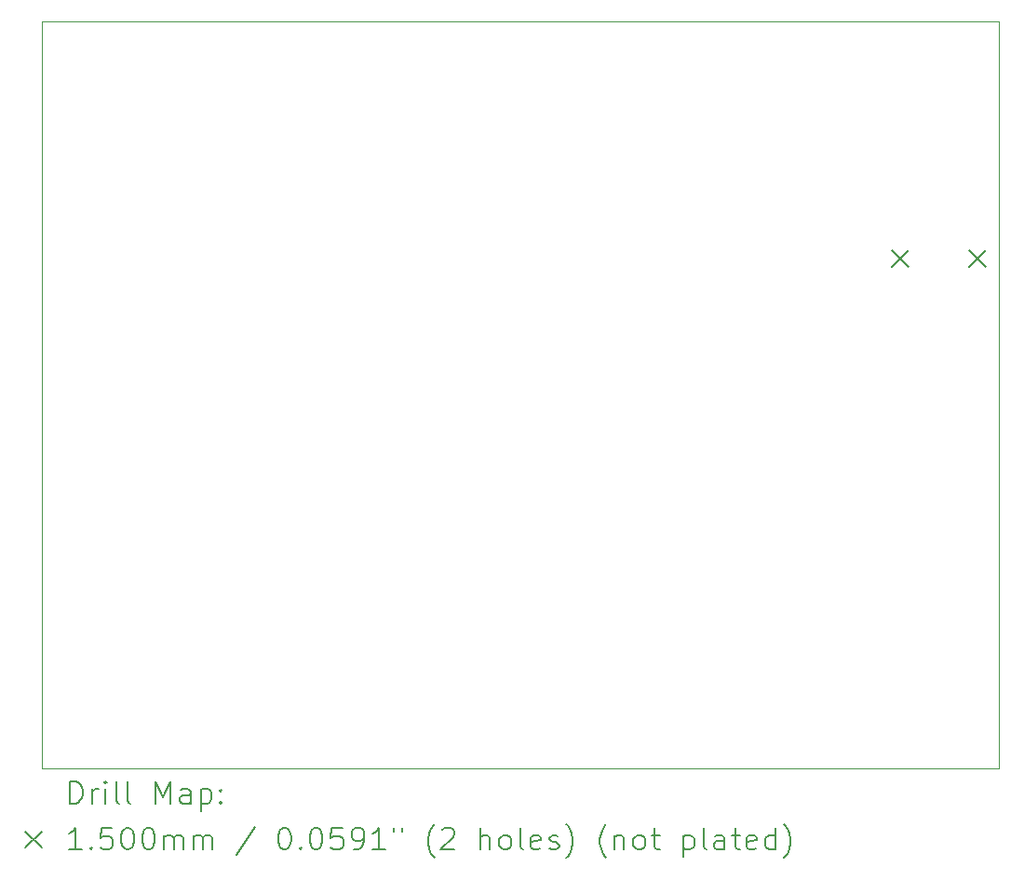
<source format=gbr>
%FSLAX45Y45*%
G04 Gerber Fmt 4.5, Leading zero omitted, Abs format (unit mm)*
G04 Created by KiCad (PCBNEW (6.0.0-0)) date 2022-10-12 14:45:19*
%MOMM*%
%LPD*%
G01*
G04 APERTURE LIST*
%TA.AperFunction,Profile*%
%ADD10C,0.100000*%
%TD*%
%ADD11C,0.200000*%
%ADD12C,0.150000*%
G04 APERTURE END LIST*
D10*
X10636000Y-5080000D02*
X19336000Y-5080000D01*
X10636000Y-11880000D02*
X10636000Y-5080000D01*
X19336000Y-11880000D02*
X19336000Y-5080000D01*
X10636000Y-11880000D02*
X19336000Y-11880000D01*
D11*
D12*
X18365500Y-7164000D02*
X18515500Y-7314000D01*
X18515500Y-7164000D02*
X18365500Y-7314000D01*
X19065500Y-7164000D02*
X19215500Y-7314000D01*
X19215500Y-7164000D02*
X19065500Y-7314000D01*
D11*
X10888619Y-12195476D02*
X10888619Y-11995476D01*
X10936238Y-11995476D01*
X10964810Y-12005000D01*
X10983857Y-12024048D01*
X10993381Y-12043095D01*
X11002905Y-12081190D01*
X11002905Y-12109762D01*
X10993381Y-12147857D01*
X10983857Y-12166905D01*
X10964810Y-12185952D01*
X10936238Y-12195476D01*
X10888619Y-12195476D01*
X11088619Y-12195476D02*
X11088619Y-12062143D01*
X11088619Y-12100238D02*
X11098143Y-12081190D01*
X11107667Y-12071667D01*
X11126714Y-12062143D01*
X11145762Y-12062143D01*
X11212428Y-12195476D02*
X11212428Y-12062143D01*
X11212428Y-11995476D02*
X11202905Y-12005000D01*
X11212428Y-12014524D01*
X11221952Y-12005000D01*
X11212428Y-11995476D01*
X11212428Y-12014524D01*
X11336238Y-12195476D02*
X11317190Y-12185952D01*
X11307667Y-12166905D01*
X11307667Y-11995476D01*
X11441000Y-12195476D02*
X11421952Y-12185952D01*
X11412428Y-12166905D01*
X11412428Y-11995476D01*
X11669571Y-12195476D02*
X11669571Y-11995476D01*
X11736238Y-12138333D01*
X11802905Y-11995476D01*
X11802905Y-12195476D01*
X11983857Y-12195476D02*
X11983857Y-12090714D01*
X11974333Y-12071667D01*
X11955286Y-12062143D01*
X11917190Y-12062143D01*
X11898143Y-12071667D01*
X11983857Y-12185952D02*
X11964809Y-12195476D01*
X11917190Y-12195476D01*
X11898143Y-12185952D01*
X11888619Y-12166905D01*
X11888619Y-12147857D01*
X11898143Y-12128809D01*
X11917190Y-12119286D01*
X11964809Y-12119286D01*
X11983857Y-12109762D01*
X12079095Y-12062143D02*
X12079095Y-12262143D01*
X12079095Y-12071667D02*
X12098143Y-12062143D01*
X12136238Y-12062143D01*
X12155286Y-12071667D01*
X12164809Y-12081190D01*
X12174333Y-12100238D01*
X12174333Y-12157381D01*
X12164809Y-12176428D01*
X12155286Y-12185952D01*
X12136238Y-12195476D01*
X12098143Y-12195476D01*
X12079095Y-12185952D01*
X12260048Y-12176428D02*
X12269571Y-12185952D01*
X12260048Y-12195476D01*
X12250524Y-12185952D01*
X12260048Y-12176428D01*
X12260048Y-12195476D01*
X12260048Y-12071667D02*
X12269571Y-12081190D01*
X12260048Y-12090714D01*
X12250524Y-12081190D01*
X12260048Y-12071667D01*
X12260048Y-12090714D01*
D12*
X10481000Y-12450000D02*
X10631000Y-12600000D01*
X10631000Y-12450000D02*
X10481000Y-12600000D01*
D11*
X10993381Y-12615476D02*
X10879095Y-12615476D01*
X10936238Y-12615476D02*
X10936238Y-12415476D01*
X10917190Y-12444048D01*
X10898143Y-12463095D01*
X10879095Y-12472619D01*
X11079095Y-12596428D02*
X11088619Y-12605952D01*
X11079095Y-12615476D01*
X11069571Y-12605952D01*
X11079095Y-12596428D01*
X11079095Y-12615476D01*
X11269571Y-12415476D02*
X11174333Y-12415476D01*
X11164810Y-12510714D01*
X11174333Y-12501190D01*
X11193381Y-12491667D01*
X11241000Y-12491667D01*
X11260048Y-12501190D01*
X11269571Y-12510714D01*
X11279095Y-12529762D01*
X11279095Y-12577381D01*
X11269571Y-12596428D01*
X11260048Y-12605952D01*
X11241000Y-12615476D01*
X11193381Y-12615476D01*
X11174333Y-12605952D01*
X11164810Y-12596428D01*
X11402905Y-12415476D02*
X11421952Y-12415476D01*
X11441000Y-12425000D01*
X11450524Y-12434524D01*
X11460048Y-12453571D01*
X11469571Y-12491667D01*
X11469571Y-12539286D01*
X11460048Y-12577381D01*
X11450524Y-12596428D01*
X11441000Y-12605952D01*
X11421952Y-12615476D01*
X11402905Y-12615476D01*
X11383857Y-12605952D01*
X11374333Y-12596428D01*
X11364809Y-12577381D01*
X11355286Y-12539286D01*
X11355286Y-12491667D01*
X11364809Y-12453571D01*
X11374333Y-12434524D01*
X11383857Y-12425000D01*
X11402905Y-12415476D01*
X11593381Y-12415476D02*
X11612428Y-12415476D01*
X11631476Y-12425000D01*
X11641000Y-12434524D01*
X11650524Y-12453571D01*
X11660048Y-12491667D01*
X11660048Y-12539286D01*
X11650524Y-12577381D01*
X11641000Y-12596428D01*
X11631476Y-12605952D01*
X11612428Y-12615476D01*
X11593381Y-12615476D01*
X11574333Y-12605952D01*
X11564809Y-12596428D01*
X11555286Y-12577381D01*
X11545762Y-12539286D01*
X11545762Y-12491667D01*
X11555286Y-12453571D01*
X11564809Y-12434524D01*
X11574333Y-12425000D01*
X11593381Y-12415476D01*
X11745762Y-12615476D02*
X11745762Y-12482143D01*
X11745762Y-12501190D02*
X11755286Y-12491667D01*
X11774333Y-12482143D01*
X11802905Y-12482143D01*
X11821952Y-12491667D01*
X11831476Y-12510714D01*
X11831476Y-12615476D01*
X11831476Y-12510714D02*
X11841000Y-12491667D01*
X11860048Y-12482143D01*
X11888619Y-12482143D01*
X11907667Y-12491667D01*
X11917190Y-12510714D01*
X11917190Y-12615476D01*
X12012428Y-12615476D02*
X12012428Y-12482143D01*
X12012428Y-12501190D02*
X12021952Y-12491667D01*
X12041000Y-12482143D01*
X12069571Y-12482143D01*
X12088619Y-12491667D01*
X12098143Y-12510714D01*
X12098143Y-12615476D01*
X12098143Y-12510714D02*
X12107667Y-12491667D01*
X12126714Y-12482143D01*
X12155286Y-12482143D01*
X12174333Y-12491667D01*
X12183857Y-12510714D01*
X12183857Y-12615476D01*
X12574333Y-12405952D02*
X12402905Y-12663095D01*
X12831476Y-12415476D02*
X12850524Y-12415476D01*
X12869571Y-12425000D01*
X12879095Y-12434524D01*
X12888619Y-12453571D01*
X12898143Y-12491667D01*
X12898143Y-12539286D01*
X12888619Y-12577381D01*
X12879095Y-12596428D01*
X12869571Y-12605952D01*
X12850524Y-12615476D01*
X12831476Y-12615476D01*
X12812428Y-12605952D01*
X12802905Y-12596428D01*
X12793381Y-12577381D01*
X12783857Y-12539286D01*
X12783857Y-12491667D01*
X12793381Y-12453571D01*
X12802905Y-12434524D01*
X12812428Y-12425000D01*
X12831476Y-12415476D01*
X12983857Y-12596428D02*
X12993381Y-12605952D01*
X12983857Y-12615476D01*
X12974333Y-12605952D01*
X12983857Y-12596428D01*
X12983857Y-12615476D01*
X13117190Y-12415476D02*
X13136238Y-12415476D01*
X13155286Y-12425000D01*
X13164809Y-12434524D01*
X13174333Y-12453571D01*
X13183857Y-12491667D01*
X13183857Y-12539286D01*
X13174333Y-12577381D01*
X13164809Y-12596428D01*
X13155286Y-12605952D01*
X13136238Y-12615476D01*
X13117190Y-12615476D01*
X13098143Y-12605952D01*
X13088619Y-12596428D01*
X13079095Y-12577381D01*
X13069571Y-12539286D01*
X13069571Y-12491667D01*
X13079095Y-12453571D01*
X13088619Y-12434524D01*
X13098143Y-12425000D01*
X13117190Y-12415476D01*
X13364809Y-12415476D02*
X13269571Y-12415476D01*
X13260048Y-12510714D01*
X13269571Y-12501190D01*
X13288619Y-12491667D01*
X13336238Y-12491667D01*
X13355286Y-12501190D01*
X13364809Y-12510714D01*
X13374333Y-12529762D01*
X13374333Y-12577381D01*
X13364809Y-12596428D01*
X13355286Y-12605952D01*
X13336238Y-12615476D01*
X13288619Y-12615476D01*
X13269571Y-12605952D01*
X13260048Y-12596428D01*
X13469571Y-12615476D02*
X13507667Y-12615476D01*
X13526714Y-12605952D01*
X13536238Y-12596428D01*
X13555286Y-12567857D01*
X13564809Y-12529762D01*
X13564809Y-12453571D01*
X13555286Y-12434524D01*
X13545762Y-12425000D01*
X13526714Y-12415476D01*
X13488619Y-12415476D01*
X13469571Y-12425000D01*
X13460048Y-12434524D01*
X13450524Y-12453571D01*
X13450524Y-12501190D01*
X13460048Y-12520238D01*
X13469571Y-12529762D01*
X13488619Y-12539286D01*
X13526714Y-12539286D01*
X13545762Y-12529762D01*
X13555286Y-12520238D01*
X13564809Y-12501190D01*
X13755286Y-12615476D02*
X13641000Y-12615476D01*
X13698143Y-12615476D02*
X13698143Y-12415476D01*
X13679095Y-12444048D01*
X13660048Y-12463095D01*
X13641000Y-12472619D01*
X13831476Y-12415476D02*
X13831476Y-12453571D01*
X13907667Y-12415476D02*
X13907667Y-12453571D01*
X14202905Y-12691667D02*
X14193381Y-12682143D01*
X14174333Y-12653571D01*
X14164809Y-12634524D01*
X14155286Y-12605952D01*
X14145762Y-12558333D01*
X14145762Y-12520238D01*
X14155286Y-12472619D01*
X14164809Y-12444048D01*
X14174333Y-12425000D01*
X14193381Y-12396428D01*
X14202905Y-12386905D01*
X14269571Y-12434524D02*
X14279095Y-12425000D01*
X14298143Y-12415476D01*
X14345762Y-12415476D01*
X14364809Y-12425000D01*
X14374333Y-12434524D01*
X14383857Y-12453571D01*
X14383857Y-12472619D01*
X14374333Y-12501190D01*
X14260048Y-12615476D01*
X14383857Y-12615476D01*
X14621952Y-12615476D02*
X14621952Y-12415476D01*
X14707667Y-12615476D02*
X14707667Y-12510714D01*
X14698143Y-12491667D01*
X14679095Y-12482143D01*
X14650524Y-12482143D01*
X14631476Y-12491667D01*
X14621952Y-12501190D01*
X14831476Y-12615476D02*
X14812428Y-12605952D01*
X14802905Y-12596428D01*
X14793381Y-12577381D01*
X14793381Y-12520238D01*
X14802905Y-12501190D01*
X14812428Y-12491667D01*
X14831476Y-12482143D01*
X14860048Y-12482143D01*
X14879095Y-12491667D01*
X14888619Y-12501190D01*
X14898143Y-12520238D01*
X14898143Y-12577381D01*
X14888619Y-12596428D01*
X14879095Y-12605952D01*
X14860048Y-12615476D01*
X14831476Y-12615476D01*
X15012428Y-12615476D02*
X14993381Y-12605952D01*
X14983857Y-12586905D01*
X14983857Y-12415476D01*
X15164809Y-12605952D02*
X15145762Y-12615476D01*
X15107667Y-12615476D01*
X15088619Y-12605952D01*
X15079095Y-12586905D01*
X15079095Y-12510714D01*
X15088619Y-12491667D01*
X15107667Y-12482143D01*
X15145762Y-12482143D01*
X15164809Y-12491667D01*
X15174333Y-12510714D01*
X15174333Y-12529762D01*
X15079095Y-12548809D01*
X15250524Y-12605952D02*
X15269571Y-12615476D01*
X15307667Y-12615476D01*
X15326714Y-12605952D01*
X15336238Y-12586905D01*
X15336238Y-12577381D01*
X15326714Y-12558333D01*
X15307667Y-12548809D01*
X15279095Y-12548809D01*
X15260048Y-12539286D01*
X15250524Y-12520238D01*
X15250524Y-12510714D01*
X15260048Y-12491667D01*
X15279095Y-12482143D01*
X15307667Y-12482143D01*
X15326714Y-12491667D01*
X15402905Y-12691667D02*
X15412428Y-12682143D01*
X15431476Y-12653571D01*
X15441000Y-12634524D01*
X15450524Y-12605952D01*
X15460048Y-12558333D01*
X15460048Y-12520238D01*
X15450524Y-12472619D01*
X15441000Y-12444048D01*
X15431476Y-12425000D01*
X15412428Y-12396428D01*
X15402905Y-12386905D01*
X15764809Y-12691667D02*
X15755286Y-12682143D01*
X15736238Y-12653571D01*
X15726714Y-12634524D01*
X15717190Y-12605952D01*
X15707667Y-12558333D01*
X15707667Y-12520238D01*
X15717190Y-12472619D01*
X15726714Y-12444048D01*
X15736238Y-12425000D01*
X15755286Y-12396428D01*
X15764809Y-12386905D01*
X15841000Y-12482143D02*
X15841000Y-12615476D01*
X15841000Y-12501190D02*
X15850524Y-12491667D01*
X15869571Y-12482143D01*
X15898143Y-12482143D01*
X15917190Y-12491667D01*
X15926714Y-12510714D01*
X15926714Y-12615476D01*
X16050524Y-12615476D02*
X16031476Y-12605952D01*
X16021952Y-12596428D01*
X16012428Y-12577381D01*
X16012428Y-12520238D01*
X16021952Y-12501190D01*
X16031476Y-12491667D01*
X16050524Y-12482143D01*
X16079095Y-12482143D01*
X16098143Y-12491667D01*
X16107667Y-12501190D01*
X16117190Y-12520238D01*
X16117190Y-12577381D01*
X16107667Y-12596428D01*
X16098143Y-12605952D01*
X16079095Y-12615476D01*
X16050524Y-12615476D01*
X16174333Y-12482143D02*
X16250524Y-12482143D01*
X16202905Y-12415476D02*
X16202905Y-12586905D01*
X16212428Y-12605952D01*
X16231476Y-12615476D01*
X16250524Y-12615476D01*
X16469571Y-12482143D02*
X16469571Y-12682143D01*
X16469571Y-12491667D02*
X16488619Y-12482143D01*
X16526714Y-12482143D01*
X16545762Y-12491667D01*
X16555286Y-12501190D01*
X16564809Y-12520238D01*
X16564809Y-12577381D01*
X16555286Y-12596428D01*
X16545762Y-12605952D01*
X16526714Y-12615476D01*
X16488619Y-12615476D01*
X16469571Y-12605952D01*
X16679095Y-12615476D02*
X16660048Y-12605952D01*
X16650524Y-12586905D01*
X16650524Y-12415476D01*
X16841000Y-12615476D02*
X16841000Y-12510714D01*
X16831476Y-12491667D01*
X16812429Y-12482143D01*
X16774333Y-12482143D01*
X16755286Y-12491667D01*
X16841000Y-12605952D02*
X16821952Y-12615476D01*
X16774333Y-12615476D01*
X16755286Y-12605952D01*
X16745762Y-12586905D01*
X16745762Y-12567857D01*
X16755286Y-12548809D01*
X16774333Y-12539286D01*
X16821952Y-12539286D01*
X16841000Y-12529762D01*
X16907667Y-12482143D02*
X16983857Y-12482143D01*
X16936238Y-12415476D02*
X16936238Y-12586905D01*
X16945762Y-12605952D01*
X16964810Y-12615476D01*
X16983857Y-12615476D01*
X17126714Y-12605952D02*
X17107667Y-12615476D01*
X17069571Y-12615476D01*
X17050524Y-12605952D01*
X17041000Y-12586905D01*
X17041000Y-12510714D01*
X17050524Y-12491667D01*
X17069571Y-12482143D01*
X17107667Y-12482143D01*
X17126714Y-12491667D01*
X17136238Y-12510714D01*
X17136238Y-12529762D01*
X17041000Y-12548809D01*
X17307667Y-12615476D02*
X17307667Y-12415476D01*
X17307667Y-12605952D02*
X17288619Y-12615476D01*
X17250524Y-12615476D01*
X17231476Y-12605952D01*
X17221952Y-12596428D01*
X17212429Y-12577381D01*
X17212429Y-12520238D01*
X17221952Y-12501190D01*
X17231476Y-12491667D01*
X17250524Y-12482143D01*
X17288619Y-12482143D01*
X17307667Y-12491667D01*
X17383857Y-12691667D02*
X17393381Y-12682143D01*
X17412429Y-12653571D01*
X17421952Y-12634524D01*
X17431476Y-12605952D01*
X17441000Y-12558333D01*
X17441000Y-12520238D01*
X17431476Y-12472619D01*
X17421952Y-12444048D01*
X17412429Y-12425000D01*
X17393381Y-12396428D01*
X17383857Y-12386905D01*
M02*

</source>
